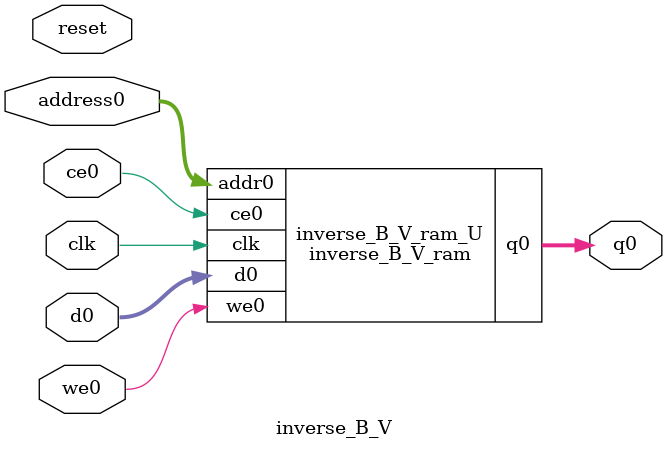
<source format=v>
`timescale 1 ns / 1 ps
module inverse_B_V_ram (addr0, ce0, d0, we0, q0,  clk);

parameter DWIDTH = 30;
parameter AWIDTH = 7;
parameter MEM_SIZE = 100;

input[AWIDTH-1:0] addr0;
input ce0;
input[DWIDTH-1:0] d0;
input we0;
output reg[DWIDTH-1:0] q0;
input clk;

(* ram_style = "block" *)reg [DWIDTH-1:0] ram[0:MEM_SIZE-1];




always @(posedge clk)  
begin 
    if (ce0) begin
        if (we0) 
            ram[addr0] <= d0; 
        q0 <= ram[addr0];
    end
end


endmodule

`timescale 1 ns / 1 ps
module inverse_B_V(
    reset,
    clk,
    address0,
    ce0,
    we0,
    d0,
    q0);

parameter DataWidth = 32'd30;
parameter AddressRange = 32'd100;
parameter AddressWidth = 32'd7;
input reset;
input clk;
input[AddressWidth - 1:0] address0;
input ce0;
input we0;
input[DataWidth - 1:0] d0;
output[DataWidth - 1:0] q0;



inverse_B_V_ram inverse_B_V_ram_U(
    .clk( clk ),
    .addr0( address0 ),
    .ce0( ce0 ),
    .we0( we0 ),
    .d0( d0 ),
    .q0( q0 ));

endmodule


</source>
